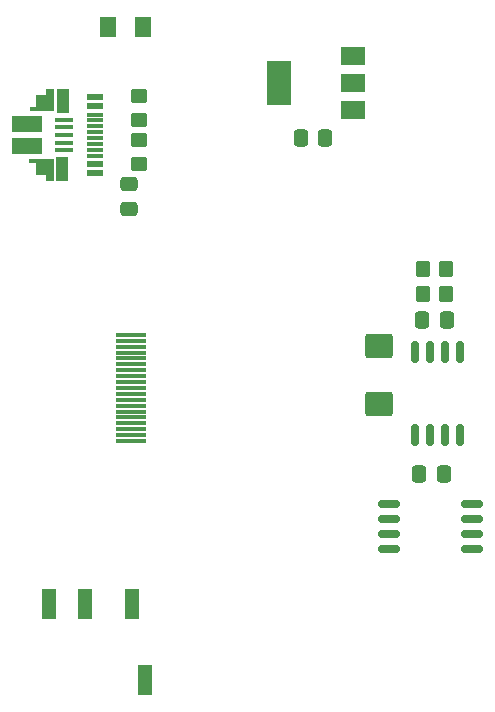
<source format=gtp>
G04 #@! TF.GenerationSoftware,KiCad,Pcbnew,6.0.11-2627ca5db0~126~ubuntu20.04.1*
G04 #@! TF.CreationDate,2024-05-10T15:53:48+05:00*
G04 #@! TF.ProjectId,19RPI24,31395250-4932-4342-9e6b-696361645f70,rev?*
G04 #@! TF.SameCoordinates,Original*
G04 #@! TF.FileFunction,Paste,Top*
G04 #@! TF.FilePolarity,Positive*
%FSLAX46Y46*%
G04 Gerber Fmt 4.6, Leading zero omitted, Abs format (unit mm)*
G04 Created by KiCad (PCBNEW 6.0.11-2627ca5db0~126~ubuntu20.04.1) date 2024-05-10 15:53:48*
%MOMM*%
%LPD*%
G01*
G04 APERTURE LIST*
G04 Aperture macros list*
%AMRoundRect*
0 Rectangle with rounded corners*
0 $1 Rounding radius*
0 $2 $3 $4 $5 $6 $7 $8 $9 X,Y pos of 4 corners*
0 Add a 4 corners polygon primitive as box body*
4,1,4,$2,$3,$4,$5,$6,$7,$8,$9,$2,$3,0*
0 Add four circle primitives for the rounded corners*
1,1,$1+$1,$2,$3*
1,1,$1+$1,$4,$5*
1,1,$1+$1,$6,$7*
1,1,$1+$1,$8,$9*
0 Add four rect primitives between the rounded corners*
20,1,$1+$1,$2,$3,$4,$5,0*
20,1,$1+$1,$4,$5,$6,$7,0*
20,1,$1+$1,$6,$7,$8,$9,0*
20,1,$1+$1,$8,$9,$2,$3,0*%
%AMOutline4P*
0 Free polygon, 4 corners , with rotation*
0 The origin of the aperture is its center*
0 number of corners: always 4*
0 $1 to $8 corner X, Y*
0 $9 Rotation angle, in degrees counterclockwise*
0 create outline with 4 corners*
4,1,4,$1,$2,$3,$4,$5,$6,$7,$8,$1,$2,$9*%
G04 Aperture macros list end*
%ADD10RoundRect,0.250000X-0.337500X-0.475000X0.337500X-0.475000X0.337500X0.475000X-0.337500X0.475000X0*%
%ADD11RoundRect,0.250000X0.337500X0.475000X-0.337500X0.475000X-0.337500X-0.475000X0.337500X-0.475000X0*%
%ADD12R,2.600000X0.300000*%
%ADD13RoundRect,0.250000X-0.475000X0.337500X-0.475000X-0.337500X0.475000X-0.337500X0.475000X0.337500X0*%
%ADD14R,2.000000X1.500000*%
%ADD15R,2.000000X3.800000*%
%ADD16R,1.200000X2.500000*%
%ADD17RoundRect,0.250000X-0.350000X-0.450000X0.350000X-0.450000X0.350000X0.450000X-0.350000X0.450000X0*%
%ADD18RoundRect,0.250001X-0.462499X-0.624999X0.462499X-0.624999X0.462499X0.624999X-0.462499X0.624999X0*%
%ADD19RoundRect,0.250000X-0.450000X0.350000X-0.450000X-0.350000X0.450000X-0.350000X0.450000X0.350000X0*%
%ADD20RoundRect,0.250000X-0.925000X0.787500X-0.925000X-0.787500X0.925000X-0.787500X0.925000X0.787500X0*%
%ADD21RoundRect,0.250000X0.450000X-0.350000X0.450000X0.350000X-0.450000X0.350000X-0.450000X-0.350000X0*%
%ADD22R,1.450000X0.600000*%
%ADD23R,1.450000X0.300000*%
%ADD24RoundRect,0.150000X0.150000X-0.800000X0.150000X0.800000X-0.150000X0.800000X-0.150000X-0.800000X0*%
%ADD25R,1.650000X0.400000*%
%ADD26R,1.825000X0.300000*%
%ADD27R,1.100000X2.000000*%
%ADD28Outline4P,-0.675000X-0.675000X0.675000X-0.675000X0.675000X0.675000X-0.675000X0.675000X270.000000*%
%ADD29R,2.500000X1.430000*%
%ADD30R,0.700000X1.825000*%
%ADD31RoundRect,0.150000X-0.800000X-0.150000X0.800000X-0.150000X0.800000X0.150000X-0.800000X0.150000X0*%
G04 APERTURE END LIST*
D10*
X60430500Y-55245000D03*
X62505500Y-55245000D03*
D11*
X62251500Y-68326000D03*
X60176500Y-68326000D03*
D12*
X35760000Y-65500000D03*
X35760000Y-65000000D03*
X35760000Y-64500000D03*
X35760000Y-64000000D03*
X35760000Y-63500000D03*
X35760000Y-63000000D03*
X35760000Y-62500000D03*
X35760000Y-62000000D03*
X35760000Y-61500000D03*
X35760000Y-61000000D03*
X35760000Y-60500000D03*
X35760000Y-60000000D03*
X35760000Y-59500000D03*
X35760000Y-59000000D03*
X35760000Y-58500000D03*
X35760000Y-58000000D03*
X35760000Y-57500000D03*
X35760000Y-57000000D03*
X35760000Y-56500000D03*
D13*
X35560000Y-43768100D03*
X35560000Y-45843100D03*
D14*
X54585000Y-37479000D03*
X54585000Y-35179000D03*
D15*
X48285000Y-35179000D03*
D14*
X54585000Y-32879000D03*
D16*
X31825000Y-79250000D03*
X28825000Y-79250000D03*
X36925000Y-85750000D03*
X35825000Y-79250000D03*
D17*
X60468000Y-53071000D03*
X62468000Y-53071000D03*
D10*
X50143500Y-39878000D03*
X52218500Y-39878000D03*
D18*
X33840500Y-30480000D03*
X36815500Y-30480000D03*
D19*
X36400000Y-40000000D03*
X36400000Y-42000000D03*
D20*
X56782343Y-57471149D03*
X56782343Y-62396149D03*
D21*
X36400000Y-38300000D03*
X36400000Y-36300000D03*
D22*
X32710000Y-36375000D03*
X32710000Y-37150000D03*
D23*
X32710000Y-37850000D03*
X32710000Y-38350000D03*
X32710000Y-38850000D03*
X32710000Y-39350000D03*
X32710000Y-39850000D03*
X32710000Y-40350000D03*
X32710000Y-40850000D03*
X32710000Y-41350000D03*
D22*
X32710000Y-42050000D03*
X32710000Y-42825000D03*
D24*
X59817000Y-64968000D03*
X61087000Y-64968000D03*
X62357000Y-64968000D03*
X63627000Y-64968000D03*
X63627000Y-57968000D03*
X62357000Y-57968000D03*
X61087000Y-57968000D03*
X59817000Y-57968000D03*
D25*
X30065000Y-38275000D03*
X30065000Y-38925000D03*
X30065000Y-39575000D03*
X30065000Y-40225000D03*
X30065000Y-40875000D03*
D26*
X28102460Y-37401118D03*
D27*
X29951000Y-42475000D03*
D26*
X28069735Y-41792427D03*
D28*
X28427000Y-36845000D03*
D29*
X26915000Y-38615000D03*
X26915000Y-40535000D03*
D30*
X28865000Y-42575000D03*
D28*
X28427000Y-42325000D03*
D27*
X29976400Y-36729800D03*
D30*
X28865000Y-36625000D03*
D31*
X57623674Y-70842817D03*
X57623674Y-72112817D03*
X57623674Y-73382817D03*
X57623674Y-74652817D03*
X64623674Y-74652817D03*
X64623674Y-73382817D03*
X64623674Y-72112817D03*
X64623674Y-70842817D03*
D17*
X60468000Y-50927000D03*
X62468000Y-50927000D03*
M02*

</source>
